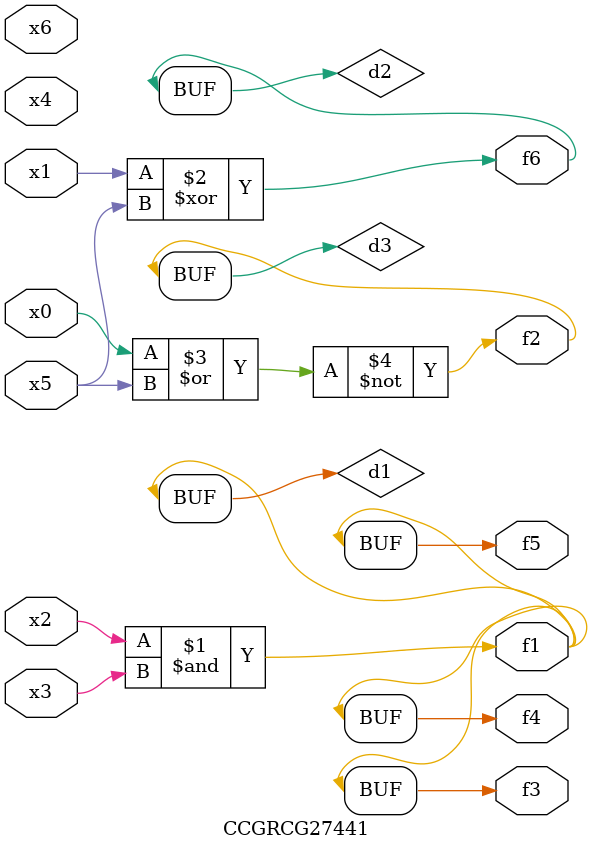
<source format=v>
module CCGRCG27441(
	input x0, x1, x2, x3, x4, x5, x6,
	output f1, f2, f3, f4, f5, f6
);

	wire d1, d2, d3;

	and (d1, x2, x3);
	xor (d2, x1, x5);
	nor (d3, x0, x5);
	assign f1 = d1;
	assign f2 = d3;
	assign f3 = d1;
	assign f4 = d1;
	assign f5 = d1;
	assign f6 = d2;
endmodule

</source>
